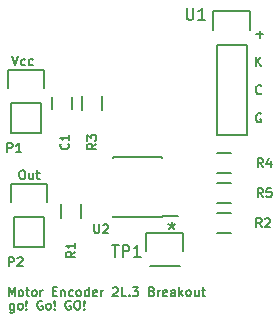
<source format=gto>
G04 #@! TF.FileFunction,Legend,Top*
%FSLAX46Y46*%
G04 Gerber Fmt 4.6, Leading zero omitted, Abs format (unit mm)*
G04 Created by KiCad (PCBNEW 4.0.1-2.201512121406+6195~38~ubuntu14.04.1-stable) date Thu 21 Apr 2016 07:43:07 PM CEST*
%MOMM*%
G01*
G04 APERTURE LIST*
%ADD10C,0.127000*%
%ADD11C,0.150000*%
%ADD12C,3.000000*%
%ADD13R,1.250000X1.500000*%
%ADD14R,2.032000X2.032000*%
%ADD15O,2.032000X2.032000*%
%ADD16R,1.300000X1.500000*%
%ADD17R,1.500000X1.300000*%
%ADD18R,1.550000X0.600000*%
%ADD19R,2.235200X2.235200*%
%ADD20R,2.032000X1.727200*%
%ADD21O,2.032000X1.727200*%
G04 APERTURE END LIST*
D10*
X170361429Y-81817029D02*
X170942000Y-81817029D01*
X170651714Y-82107314D02*
X170651714Y-81526743D01*
X170361429Y-84494914D02*
X170361429Y-83732914D01*
X170796857Y-84494914D02*
X170470286Y-84059486D01*
X170796857Y-83732914D02*
X170361429Y-84168343D01*
X170796857Y-86809943D02*
X170760571Y-86846229D01*
X170651714Y-86882514D01*
X170579143Y-86882514D01*
X170470286Y-86846229D01*
X170397714Y-86773657D01*
X170361429Y-86701086D01*
X170325143Y-86555943D01*
X170325143Y-86447086D01*
X170361429Y-86301943D01*
X170397714Y-86229371D01*
X170470286Y-86156800D01*
X170579143Y-86120514D01*
X170651714Y-86120514D01*
X170760571Y-86156800D01*
X170796857Y-86193086D01*
X170760571Y-88544400D02*
X170688000Y-88508114D01*
X170579143Y-88508114D01*
X170470286Y-88544400D01*
X170397714Y-88616971D01*
X170361429Y-88689543D01*
X170325143Y-88834686D01*
X170325143Y-88943543D01*
X170361429Y-89088686D01*
X170397714Y-89161257D01*
X170470286Y-89233829D01*
X170579143Y-89270114D01*
X170651714Y-89270114D01*
X170760571Y-89233829D01*
X170796857Y-89197543D01*
X170796857Y-88943543D01*
X170651714Y-88943543D01*
X149860000Y-104611714D02*
X149860000Y-105228571D01*
X149823714Y-105301143D01*
X149787429Y-105337429D01*
X149714857Y-105373714D01*
X149606000Y-105373714D01*
X149533429Y-105337429D01*
X149860000Y-105083429D02*
X149787429Y-105119714D01*
X149642286Y-105119714D01*
X149569714Y-105083429D01*
X149533429Y-105047143D01*
X149497143Y-104974571D01*
X149497143Y-104756857D01*
X149533429Y-104684286D01*
X149569714Y-104648000D01*
X149642286Y-104611714D01*
X149787429Y-104611714D01*
X149860000Y-104648000D01*
X150331715Y-105119714D02*
X150259143Y-105083429D01*
X150222858Y-105047143D01*
X150186572Y-104974571D01*
X150186572Y-104756857D01*
X150222858Y-104684286D01*
X150259143Y-104648000D01*
X150331715Y-104611714D01*
X150440572Y-104611714D01*
X150513143Y-104648000D01*
X150549429Y-104684286D01*
X150585715Y-104756857D01*
X150585715Y-104974571D01*
X150549429Y-105047143D01*
X150513143Y-105083429D01*
X150440572Y-105119714D01*
X150331715Y-105119714D01*
X150912287Y-105047143D02*
X150948572Y-105083429D01*
X150912287Y-105119714D01*
X150876001Y-105083429D01*
X150912287Y-105047143D01*
X150912287Y-105119714D01*
X150912287Y-104829429D02*
X150876001Y-104394000D01*
X150912287Y-104357714D01*
X150948572Y-104394000D01*
X150912287Y-104829429D01*
X150912287Y-104357714D01*
X152254857Y-104394000D02*
X152182286Y-104357714D01*
X152073429Y-104357714D01*
X151964572Y-104394000D01*
X151892000Y-104466571D01*
X151855715Y-104539143D01*
X151819429Y-104684286D01*
X151819429Y-104793143D01*
X151855715Y-104938286D01*
X151892000Y-105010857D01*
X151964572Y-105083429D01*
X152073429Y-105119714D01*
X152146000Y-105119714D01*
X152254857Y-105083429D01*
X152291143Y-105047143D01*
X152291143Y-104793143D01*
X152146000Y-104793143D01*
X152726572Y-105119714D02*
X152654000Y-105083429D01*
X152617715Y-105047143D01*
X152581429Y-104974571D01*
X152581429Y-104756857D01*
X152617715Y-104684286D01*
X152654000Y-104648000D01*
X152726572Y-104611714D01*
X152835429Y-104611714D01*
X152908000Y-104648000D01*
X152944286Y-104684286D01*
X152980572Y-104756857D01*
X152980572Y-104974571D01*
X152944286Y-105047143D01*
X152908000Y-105083429D01*
X152835429Y-105119714D01*
X152726572Y-105119714D01*
X153307144Y-105047143D02*
X153343429Y-105083429D01*
X153307144Y-105119714D01*
X153270858Y-105083429D01*
X153307144Y-105047143D01*
X153307144Y-105119714D01*
X153307144Y-104829429D02*
X153270858Y-104394000D01*
X153307144Y-104357714D01*
X153343429Y-104394000D01*
X153307144Y-104829429D01*
X153307144Y-104357714D01*
X154649714Y-104394000D02*
X154577143Y-104357714D01*
X154468286Y-104357714D01*
X154359429Y-104394000D01*
X154286857Y-104466571D01*
X154250572Y-104539143D01*
X154214286Y-104684286D01*
X154214286Y-104793143D01*
X154250572Y-104938286D01*
X154286857Y-105010857D01*
X154359429Y-105083429D01*
X154468286Y-105119714D01*
X154540857Y-105119714D01*
X154649714Y-105083429D01*
X154686000Y-105047143D01*
X154686000Y-104793143D01*
X154540857Y-104793143D01*
X155157714Y-104357714D02*
X155302857Y-104357714D01*
X155375429Y-104394000D01*
X155448000Y-104466571D01*
X155484286Y-104611714D01*
X155484286Y-104865714D01*
X155448000Y-105010857D01*
X155375429Y-105083429D01*
X155302857Y-105119714D01*
X155157714Y-105119714D01*
X155085143Y-105083429D01*
X155012572Y-105010857D01*
X154976286Y-104865714D01*
X154976286Y-104611714D01*
X155012572Y-104466571D01*
X155085143Y-104394000D01*
X155157714Y-104357714D01*
X155810858Y-105047143D02*
X155847143Y-105083429D01*
X155810858Y-105119714D01*
X155774572Y-105083429D01*
X155810858Y-105047143D01*
X155810858Y-105119714D01*
X155810858Y-104829429D02*
X155774572Y-104394000D01*
X155810858Y-104357714D01*
X155847143Y-104394000D01*
X155810858Y-104829429D01*
X155810858Y-104357714D01*
X149406429Y-103976714D02*
X149406429Y-103214714D01*
X149660429Y-103759000D01*
X149914429Y-103214714D01*
X149914429Y-103976714D01*
X150386143Y-103976714D02*
X150313571Y-103940429D01*
X150277286Y-103904143D01*
X150241000Y-103831571D01*
X150241000Y-103613857D01*
X150277286Y-103541286D01*
X150313571Y-103505000D01*
X150386143Y-103468714D01*
X150495000Y-103468714D01*
X150567571Y-103505000D01*
X150603857Y-103541286D01*
X150640143Y-103613857D01*
X150640143Y-103831571D01*
X150603857Y-103904143D01*
X150567571Y-103940429D01*
X150495000Y-103976714D01*
X150386143Y-103976714D01*
X150857857Y-103468714D02*
X151148143Y-103468714D01*
X150966715Y-103214714D02*
X150966715Y-103867857D01*
X151003000Y-103940429D01*
X151075572Y-103976714D01*
X151148143Y-103976714D01*
X151511001Y-103976714D02*
X151438429Y-103940429D01*
X151402144Y-103904143D01*
X151365858Y-103831571D01*
X151365858Y-103613857D01*
X151402144Y-103541286D01*
X151438429Y-103505000D01*
X151511001Y-103468714D01*
X151619858Y-103468714D01*
X151692429Y-103505000D01*
X151728715Y-103541286D01*
X151765001Y-103613857D01*
X151765001Y-103831571D01*
X151728715Y-103904143D01*
X151692429Y-103940429D01*
X151619858Y-103976714D01*
X151511001Y-103976714D01*
X152091573Y-103976714D02*
X152091573Y-103468714D01*
X152091573Y-103613857D02*
X152127858Y-103541286D01*
X152164144Y-103505000D01*
X152236715Y-103468714D01*
X152309287Y-103468714D01*
X153143858Y-103577571D02*
X153397858Y-103577571D01*
X153506715Y-103976714D02*
X153143858Y-103976714D01*
X153143858Y-103214714D01*
X153506715Y-103214714D01*
X153833287Y-103468714D02*
X153833287Y-103976714D01*
X153833287Y-103541286D02*
X153869572Y-103505000D01*
X153942144Y-103468714D01*
X154051001Y-103468714D01*
X154123572Y-103505000D01*
X154159858Y-103577571D01*
X154159858Y-103976714D01*
X154849287Y-103940429D02*
X154776716Y-103976714D01*
X154631573Y-103976714D01*
X154559001Y-103940429D01*
X154522716Y-103904143D01*
X154486430Y-103831571D01*
X154486430Y-103613857D01*
X154522716Y-103541286D01*
X154559001Y-103505000D01*
X154631573Y-103468714D01*
X154776716Y-103468714D01*
X154849287Y-103505000D01*
X155284716Y-103976714D02*
X155212144Y-103940429D01*
X155175859Y-103904143D01*
X155139573Y-103831571D01*
X155139573Y-103613857D01*
X155175859Y-103541286D01*
X155212144Y-103505000D01*
X155284716Y-103468714D01*
X155393573Y-103468714D01*
X155466144Y-103505000D01*
X155502430Y-103541286D01*
X155538716Y-103613857D01*
X155538716Y-103831571D01*
X155502430Y-103904143D01*
X155466144Y-103940429D01*
X155393573Y-103976714D01*
X155284716Y-103976714D01*
X156191859Y-103976714D02*
X156191859Y-103214714D01*
X156191859Y-103940429D02*
X156119288Y-103976714D01*
X155974145Y-103976714D01*
X155901573Y-103940429D01*
X155865288Y-103904143D01*
X155829002Y-103831571D01*
X155829002Y-103613857D01*
X155865288Y-103541286D01*
X155901573Y-103505000D01*
X155974145Y-103468714D01*
X156119288Y-103468714D01*
X156191859Y-103505000D01*
X156845002Y-103940429D02*
X156772431Y-103976714D01*
X156627288Y-103976714D01*
X156554717Y-103940429D01*
X156518431Y-103867857D01*
X156518431Y-103577571D01*
X156554717Y-103505000D01*
X156627288Y-103468714D01*
X156772431Y-103468714D01*
X156845002Y-103505000D01*
X156881288Y-103577571D01*
X156881288Y-103650143D01*
X156518431Y-103722714D01*
X157207860Y-103976714D02*
X157207860Y-103468714D01*
X157207860Y-103613857D02*
X157244145Y-103541286D01*
X157280431Y-103505000D01*
X157353002Y-103468714D01*
X157425574Y-103468714D01*
X158223859Y-103287286D02*
X158260145Y-103251000D01*
X158332716Y-103214714D01*
X158514145Y-103214714D01*
X158586716Y-103251000D01*
X158623002Y-103287286D01*
X158659287Y-103359857D01*
X158659287Y-103432429D01*
X158623002Y-103541286D01*
X158187573Y-103976714D01*
X158659287Y-103976714D01*
X159348716Y-103976714D02*
X158985859Y-103976714D01*
X158985859Y-103214714D01*
X159602716Y-103904143D02*
X159639001Y-103940429D01*
X159602716Y-103976714D01*
X159566430Y-103940429D01*
X159602716Y-103904143D01*
X159602716Y-103976714D01*
X159893001Y-103214714D02*
X160364715Y-103214714D01*
X160110715Y-103505000D01*
X160219573Y-103505000D01*
X160292144Y-103541286D01*
X160328430Y-103577571D01*
X160364715Y-103650143D01*
X160364715Y-103831571D01*
X160328430Y-103904143D01*
X160292144Y-103940429D01*
X160219573Y-103976714D01*
X160001858Y-103976714D01*
X159929287Y-103940429D01*
X159893001Y-103904143D01*
X161525858Y-103577571D02*
X161634715Y-103613857D01*
X161671000Y-103650143D01*
X161707286Y-103722714D01*
X161707286Y-103831571D01*
X161671000Y-103904143D01*
X161634715Y-103940429D01*
X161562143Y-103976714D01*
X161271858Y-103976714D01*
X161271858Y-103214714D01*
X161525858Y-103214714D01*
X161598429Y-103251000D01*
X161634715Y-103287286D01*
X161671000Y-103359857D01*
X161671000Y-103432429D01*
X161634715Y-103505000D01*
X161598429Y-103541286D01*
X161525858Y-103577571D01*
X161271858Y-103577571D01*
X162033858Y-103976714D02*
X162033858Y-103468714D01*
X162033858Y-103613857D02*
X162070143Y-103541286D01*
X162106429Y-103505000D01*
X162179000Y-103468714D01*
X162251572Y-103468714D01*
X162795857Y-103940429D02*
X162723286Y-103976714D01*
X162578143Y-103976714D01*
X162505572Y-103940429D01*
X162469286Y-103867857D01*
X162469286Y-103577571D01*
X162505572Y-103505000D01*
X162578143Y-103468714D01*
X162723286Y-103468714D01*
X162795857Y-103505000D01*
X162832143Y-103577571D01*
X162832143Y-103650143D01*
X162469286Y-103722714D01*
X163485286Y-103976714D02*
X163485286Y-103577571D01*
X163449000Y-103505000D01*
X163376429Y-103468714D01*
X163231286Y-103468714D01*
X163158715Y-103505000D01*
X163485286Y-103940429D02*
X163412715Y-103976714D01*
X163231286Y-103976714D01*
X163158715Y-103940429D01*
X163122429Y-103867857D01*
X163122429Y-103795286D01*
X163158715Y-103722714D01*
X163231286Y-103686429D01*
X163412715Y-103686429D01*
X163485286Y-103650143D01*
X163848144Y-103976714D02*
X163848144Y-103214714D01*
X163920715Y-103686429D02*
X164138429Y-103976714D01*
X164138429Y-103468714D02*
X163848144Y-103759000D01*
X164573858Y-103976714D02*
X164501286Y-103940429D01*
X164465001Y-103904143D01*
X164428715Y-103831571D01*
X164428715Y-103613857D01*
X164465001Y-103541286D01*
X164501286Y-103505000D01*
X164573858Y-103468714D01*
X164682715Y-103468714D01*
X164755286Y-103505000D01*
X164791572Y-103541286D01*
X164827858Y-103613857D01*
X164827858Y-103831571D01*
X164791572Y-103904143D01*
X164755286Y-103940429D01*
X164682715Y-103976714D01*
X164573858Y-103976714D01*
X165481001Y-103468714D02*
X165481001Y-103976714D01*
X165154430Y-103468714D02*
X165154430Y-103867857D01*
X165190715Y-103940429D01*
X165263287Y-103976714D01*
X165372144Y-103976714D01*
X165444715Y-103940429D01*
X165481001Y-103904143D01*
X165735001Y-103468714D02*
X166025287Y-103468714D01*
X165843859Y-103214714D02*
X165843859Y-103867857D01*
X165880144Y-103940429D01*
X165952716Y-103976714D01*
X166025287Y-103976714D01*
X149714857Y-83656714D02*
X149968857Y-84418714D01*
X150222857Y-83656714D01*
X150803429Y-84382429D02*
X150730858Y-84418714D01*
X150585715Y-84418714D01*
X150513143Y-84382429D01*
X150476858Y-84346143D01*
X150440572Y-84273571D01*
X150440572Y-84055857D01*
X150476858Y-83983286D01*
X150513143Y-83947000D01*
X150585715Y-83910714D01*
X150730858Y-83910714D01*
X150803429Y-83947000D01*
X151456572Y-84382429D02*
X151384001Y-84418714D01*
X151238858Y-84418714D01*
X151166286Y-84382429D01*
X151130001Y-84346143D01*
X151093715Y-84273571D01*
X151093715Y-84055857D01*
X151130001Y-83983286D01*
X151166286Y-83947000D01*
X151238858Y-83910714D01*
X151384001Y-83910714D01*
X151456572Y-83947000D01*
X150494999Y-93308714D02*
X150640142Y-93308714D01*
X150712714Y-93345000D01*
X150785285Y-93417571D01*
X150821571Y-93562714D01*
X150821571Y-93816714D01*
X150785285Y-93961857D01*
X150712714Y-94034429D01*
X150640142Y-94070714D01*
X150494999Y-94070714D01*
X150422428Y-94034429D01*
X150349857Y-93961857D01*
X150313571Y-93816714D01*
X150313571Y-93562714D01*
X150349857Y-93417571D01*
X150422428Y-93345000D01*
X150494999Y-93308714D01*
X151474714Y-93562714D02*
X151474714Y-94070714D01*
X151148143Y-93562714D02*
X151148143Y-93961857D01*
X151184428Y-94034429D01*
X151257000Y-94070714D01*
X151365857Y-94070714D01*
X151438428Y-94034429D01*
X151474714Y-93998143D01*
X151728714Y-93562714D02*
X152019000Y-93562714D01*
X151837572Y-93308714D02*
X151837572Y-93961857D01*
X151873857Y-94034429D01*
X151946429Y-94070714D01*
X152019000Y-94070714D01*
X163194999Y-97729524D02*
X163194999Y-98031905D01*
X163497380Y-97910952D02*
X163194999Y-98031905D01*
X162892619Y-97910952D01*
X163376428Y-98273810D02*
X163194999Y-98031905D01*
X163013571Y-98273810D01*
D11*
X154774000Y-88130000D02*
X154774000Y-87130000D01*
X153074000Y-87130000D02*
X153074000Y-88130000D01*
X152146000Y-87630000D02*
X152146000Y-90170000D01*
X152426000Y-84810000D02*
X152426000Y-86360000D01*
X152146000Y-87630000D02*
X149606000Y-87630000D01*
X149326000Y-86360000D02*
X149326000Y-84810000D01*
X149326000Y-84810000D02*
X152426000Y-84810000D01*
X149606000Y-87630000D02*
X149606000Y-90170000D01*
X149606000Y-90170000D02*
X152146000Y-90170000D01*
X152400000Y-97282000D02*
X152400000Y-99822000D01*
X152680000Y-94462000D02*
X152680000Y-96012000D01*
X152400000Y-97282000D02*
X149860000Y-97282000D01*
X149580000Y-96012000D02*
X149580000Y-94462000D01*
X149580000Y-94462000D02*
X152680000Y-94462000D01*
X149860000Y-97282000D02*
X149860000Y-99822000D01*
X149860000Y-99822000D02*
X152400000Y-99822000D01*
X155561000Y-96174000D02*
X155561000Y-97374000D01*
X153811000Y-97374000D02*
X153811000Y-96174000D01*
X167040000Y-96915000D02*
X168240000Y-96915000D01*
X168240000Y-98665000D02*
X167040000Y-98665000D01*
X157339000Y-87030000D02*
X157339000Y-88230000D01*
X155589000Y-88230000D02*
X155589000Y-87030000D01*
X167040000Y-91835000D02*
X168240000Y-91835000D01*
X168240000Y-93585000D02*
X167040000Y-93585000D01*
X168240000Y-96125000D02*
X167040000Y-96125000D01*
X167040000Y-94375000D02*
X168240000Y-94375000D01*
X162349000Y-97317000D02*
X162349000Y-97172000D01*
X158199000Y-97317000D02*
X158199000Y-97172000D01*
X158199000Y-92167000D02*
X158199000Y-92312000D01*
X162349000Y-92167000D02*
X162349000Y-92312000D01*
X162349000Y-97317000D02*
X158199000Y-97317000D01*
X162349000Y-92167000D02*
X158199000Y-92167000D01*
X162349000Y-97172000D02*
X163749000Y-97172000D01*
X164150000Y-98650000D02*
X164150000Y-100200000D01*
X161050000Y-100200000D02*
X161050000Y-98650000D01*
X161050000Y-98650000D02*
X164150000Y-98650000D01*
X161330000Y-101470000D02*
X163870000Y-101470000D01*
X167005000Y-82677000D02*
X167005000Y-90297000D01*
X169545000Y-82677000D02*
X169545000Y-90297000D01*
X169825000Y-79857000D02*
X169825000Y-81407000D01*
X167005000Y-90297000D02*
X169545000Y-90297000D01*
X169545000Y-82677000D02*
X167005000Y-82677000D01*
X166725000Y-81407000D02*
X166725000Y-79857000D01*
X166725000Y-79857000D02*
X169825000Y-79857000D01*
D10*
X154450143Y-91059000D02*
X154486429Y-91095286D01*
X154522714Y-91204143D01*
X154522714Y-91276714D01*
X154486429Y-91385571D01*
X154413857Y-91458143D01*
X154341286Y-91494428D01*
X154196143Y-91530714D01*
X154087286Y-91530714D01*
X153942143Y-91494428D01*
X153869571Y-91458143D01*
X153797000Y-91385571D01*
X153760714Y-91276714D01*
X153760714Y-91204143D01*
X153797000Y-91095286D01*
X153833286Y-91059000D01*
X154522714Y-90333286D02*
X154522714Y-90768714D01*
X154522714Y-90551000D02*
X153760714Y-90551000D01*
X153869571Y-90623571D01*
X153942143Y-90696143D01*
X153978429Y-90768714D01*
X149297572Y-91784714D02*
X149297572Y-91022714D01*
X149587857Y-91022714D01*
X149660429Y-91059000D01*
X149696714Y-91095286D01*
X149733000Y-91167857D01*
X149733000Y-91276714D01*
X149696714Y-91349286D01*
X149660429Y-91385571D01*
X149587857Y-91421857D01*
X149297572Y-91421857D01*
X150458714Y-91784714D02*
X150023286Y-91784714D01*
X150241000Y-91784714D02*
X150241000Y-91022714D01*
X150168429Y-91131571D01*
X150095857Y-91204143D01*
X150023286Y-91240429D01*
X149424572Y-101436714D02*
X149424572Y-100674714D01*
X149714857Y-100674714D01*
X149787429Y-100711000D01*
X149823714Y-100747286D01*
X149860000Y-100819857D01*
X149860000Y-100928714D01*
X149823714Y-101001286D01*
X149787429Y-101037571D01*
X149714857Y-101073857D01*
X149424572Y-101073857D01*
X150150286Y-100747286D02*
X150186572Y-100711000D01*
X150259143Y-100674714D01*
X150440572Y-100674714D01*
X150513143Y-100711000D01*
X150549429Y-100747286D01*
X150585714Y-100819857D01*
X150585714Y-100892429D01*
X150549429Y-101001286D01*
X150114000Y-101436714D01*
X150585714Y-101436714D01*
X155030714Y-100203000D02*
X154667857Y-100457000D01*
X155030714Y-100638428D02*
X154268714Y-100638428D01*
X154268714Y-100348143D01*
X154305000Y-100275571D01*
X154341286Y-100239286D01*
X154413857Y-100203000D01*
X154522714Y-100203000D01*
X154595286Y-100239286D01*
X154631571Y-100275571D01*
X154667857Y-100348143D01*
X154667857Y-100638428D01*
X155030714Y-99477286D02*
X155030714Y-99912714D01*
X155030714Y-99695000D02*
X154268714Y-99695000D01*
X154377571Y-99767571D01*
X154450143Y-99840143D01*
X154486429Y-99912714D01*
X170815000Y-98134714D02*
X170561000Y-97771857D01*
X170379572Y-98134714D02*
X170379572Y-97372714D01*
X170669857Y-97372714D01*
X170742429Y-97409000D01*
X170778714Y-97445286D01*
X170815000Y-97517857D01*
X170815000Y-97626714D01*
X170778714Y-97699286D01*
X170742429Y-97735571D01*
X170669857Y-97771857D01*
X170379572Y-97771857D01*
X171105286Y-97445286D02*
X171141572Y-97409000D01*
X171214143Y-97372714D01*
X171395572Y-97372714D01*
X171468143Y-97409000D01*
X171504429Y-97445286D01*
X171540714Y-97517857D01*
X171540714Y-97590429D01*
X171504429Y-97699286D01*
X171069000Y-98134714D01*
X171540714Y-98134714D01*
X156808714Y-91059000D02*
X156445857Y-91313000D01*
X156808714Y-91494428D02*
X156046714Y-91494428D01*
X156046714Y-91204143D01*
X156083000Y-91131571D01*
X156119286Y-91095286D01*
X156191857Y-91059000D01*
X156300714Y-91059000D01*
X156373286Y-91095286D01*
X156409571Y-91131571D01*
X156445857Y-91204143D01*
X156445857Y-91494428D01*
X156046714Y-90805000D02*
X156046714Y-90333286D01*
X156337000Y-90587286D01*
X156337000Y-90478428D01*
X156373286Y-90405857D01*
X156409571Y-90369571D01*
X156482143Y-90333286D01*
X156663571Y-90333286D01*
X156736143Y-90369571D01*
X156772429Y-90405857D01*
X156808714Y-90478428D01*
X156808714Y-90696143D01*
X156772429Y-90768714D01*
X156736143Y-90805000D01*
X170942000Y-93054714D02*
X170688000Y-92691857D01*
X170506572Y-93054714D02*
X170506572Y-92292714D01*
X170796857Y-92292714D01*
X170869429Y-92329000D01*
X170905714Y-92365286D01*
X170942000Y-92437857D01*
X170942000Y-92546714D01*
X170905714Y-92619286D01*
X170869429Y-92655571D01*
X170796857Y-92691857D01*
X170506572Y-92691857D01*
X171595143Y-92546714D02*
X171595143Y-93054714D01*
X171413714Y-92256429D02*
X171232286Y-92800714D01*
X171704000Y-92800714D01*
X170942000Y-95594714D02*
X170688000Y-95231857D01*
X170506572Y-95594714D02*
X170506572Y-94832714D01*
X170796857Y-94832714D01*
X170869429Y-94869000D01*
X170905714Y-94905286D01*
X170942000Y-94977857D01*
X170942000Y-95086714D01*
X170905714Y-95159286D01*
X170869429Y-95195571D01*
X170796857Y-95231857D01*
X170506572Y-95231857D01*
X171631429Y-94832714D02*
X171268572Y-94832714D01*
X171232286Y-95195571D01*
X171268572Y-95159286D01*
X171341143Y-95123000D01*
X171522572Y-95123000D01*
X171595143Y-95159286D01*
X171631429Y-95195571D01*
X171667714Y-95268143D01*
X171667714Y-95449571D01*
X171631429Y-95522143D01*
X171595143Y-95558429D01*
X171522572Y-95594714D01*
X171341143Y-95594714D01*
X171268572Y-95558429D01*
X171232286Y-95522143D01*
X156645429Y-97880714D02*
X156645429Y-98497571D01*
X156681714Y-98570143D01*
X156718000Y-98606429D01*
X156790571Y-98642714D01*
X156935714Y-98642714D01*
X157008286Y-98606429D01*
X157044571Y-98570143D01*
X157080857Y-98497571D01*
X157080857Y-97880714D01*
X157407429Y-97953286D02*
X157443715Y-97917000D01*
X157516286Y-97880714D01*
X157697715Y-97880714D01*
X157770286Y-97917000D01*
X157806572Y-97953286D01*
X157842857Y-98025857D01*
X157842857Y-98098429D01*
X157806572Y-98207286D01*
X157371143Y-98642714D01*
X157842857Y-98642714D01*
D11*
X158138095Y-99652381D02*
X158709524Y-99652381D01*
X158423809Y-100652381D02*
X158423809Y-99652381D01*
X159042857Y-100652381D02*
X159042857Y-99652381D01*
X159423810Y-99652381D01*
X159519048Y-99700000D01*
X159566667Y-99747619D01*
X159614286Y-99842857D01*
X159614286Y-99985714D01*
X159566667Y-100080952D01*
X159519048Y-100128571D01*
X159423810Y-100176190D01*
X159042857Y-100176190D01*
X160566667Y-100652381D02*
X159995238Y-100652381D01*
X160280952Y-100652381D02*
X160280952Y-99652381D01*
X160185714Y-99795238D01*
X160090476Y-99890476D01*
X159995238Y-99938095D01*
X164465095Y-79589381D02*
X164465095Y-80398905D01*
X164512714Y-80494143D01*
X164560333Y-80541762D01*
X164655571Y-80589381D01*
X164846048Y-80589381D01*
X164941286Y-80541762D01*
X164988905Y-80494143D01*
X165036524Y-80398905D01*
X165036524Y-79589381D01*
X166036524Y-80589381D02*
X165465095Y-80589381D01*
X165750809Y-80589381D02*
X165750809Y-79589381D01*
X165655571Y-79732238D01*
X165560333Y-79827476D01*
X165465095Y-79875095D01*
%LPC*%
D12*
X169291000Y-102870000D03*
D13*
X153924000Y-86380000D03*
X153924000Y-88880000D03*
D14*
X150876000Y-86360000D03*
D15*
X150876000Y-88900000D03*
D14*
X151130000Y-96012000D03*
D15*
X151130000Y-98552000D03*
D16*
X154686000Y-98124000D03*
X154686000Y-95424000D03*
D17*
X168990000Y-97790000D03*
X166290000Y-97790000D03*
D16*
X156464000Y-88980000D03*
X156464000Y-86280000D03*
D17*
X168990000Y-92710000D03*
X166290000Y-92710000D03*
X166290000Y-95250000D03*
X168990000Y-95250000D03*
D18*
X162974000Y-96647000D03*
X162974000Y-95377000D03*
X162974000Y-94107000D03*
X162974000Y-92837000D03*
X157574000Y-92837000D03*
X157574000Y-94107000D03*
X157574000Y-95377000D03*
X157574000Y-96647000D03*
D19*
X162600000Y-100200000D03*
D12*
X151765000Y-81534000D03*
D20*
X168275000Y-81407000D03*
D21*
X168275000Y-83947000D03*
X168275000Y-86487000D03*
X168275000Y-89027000D03*
M02*

</source>
